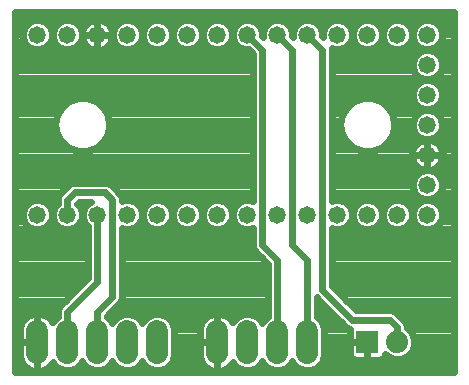
<source format=gbl>
G75*
%MOIN*%
%OFA0B0*%
%FSLAX25Y25*%
%IPPOS*%
%LPD*%
%AMOC8*
5,1,8,0,0,1.08239X$1,22.5*
%
%ADD10C,0.07400*%
%ADD11R,0.07400X0.07400*%
%ADD12C,0.07400*%
%ADD13C,0.05800*%
%ADD14C,0.02400*%
D10*
X0011800Y0011800D02*
X0011800Y0019200D01*
X0021800Y0019200D02*
X0021800Y0011800D01*
X0031800Y0011800D02*
X0031800Y0019200D01*
X0041800Y0019200D02*
X0041800Y0011800D01*
X0051800Y0011800D02*
X0051800Y0019200D01*
X0071800Y0019200D02*
X0071800Y0011800D01*
X0081800Y0011800D02*
X0081800Y0019200D01*
X0091800Y0019200D02*
X0091800Y0011800D01*
X0101800Y0011800D02*
X0101800Y0019200D01*
D11*
X0121800Y0015500D03*
D12*
X0131800Y0015500D03*
D13*
X0131800Y0058000D03*
X0121800Y0058000D03*
X0111800Y0058000D03*
X0101800Y0058000D03*
X0091800Y0058000D03*
X0081800Y0058000D03*
X0071800Y0058000D03*
X0061800Y0058000D03*
X0051800Y0058000D03*
X0041800Y0058000D03*
X0031800Y0058000D03*
X0021800Y0058000D03*
X0011800Y0058000D03*
X0011800Y0118000D03*
X0021800Y0118000D03*
X0031800Y0118000D03*
X0041800Y0118000D03*
X0051800Y0118000D03*
X0061800Y0118000D03*
X0071800Y0118000D03*
X0081800Y0118000D03*
X0091800Y0118000D03*
X0101800Y0118000D03*
X0111800Y0118000D03*
X0121800Y0118000D03*
X0131800Y0118000D03*
X0141800Y0118000D03*
X0141800Y0108000D03*
X0141800Y0098000D03*
X0141800Y0088000D03*
X0141800Y0078000D03*
X0141800Y0068000D03*
X0141800Y0058000D03*
D14*
X0150817Y0005500D02*
X0004300Y0005500D01*
X0004300Y0125500D01*
X0150817Y0125500D01*
X0150817Y0005500D01*
X0150817Y0007797D02*
X0105729Y0007797D01*
X0104977Y0007045D02*
X0106555Y0008623D01*
X0107409Y0010684D01*
X0107409Y0020316D01*
X0106555Y0022377D01*
X0104977Y0023955D01*
X0104909Y0023983D01*
X0104909Y0030495D01*
X0105039Y0030365D01*
X0115039Y0020365D01*
X0116025Y0019956D01*
X0115900Y0019490D01*
X0115900Y0015500D01*
X0121800Y0015500D01*
X0121800Y0009600D01*
X0125790Y0009600D01*
X0126349Y0009750D01*
X0126851Y0010040D01*
X0127260Y0010449D01*
X0127550Y0010951D01*
X0127700Y0011510D01*
X0127700Y0011668D01*
X0128623Y0010745D01*
X0130684Y0009891D01*
X0132916Y0009891D01*
X0134977Y0010745D01*
X0136555Y0012323D01*
X0137409Y0014384D01*
X0137409Y0016616D01*
X0136555Y0018677D01*
X0134977Y0020255D01*
X0134909Y0020283D01*
X0134909Y0021118D01*
X0134435Y0022261D01*
X0131935Y0024761D01*
X0131061Y0025635D01*
X0129918Y0026109D01*
X0118088Y0026109D01*
X0109909Y0034288D01*
X0109909Y0053579D01*
X0110843Y0053191D01*
X0112756Y0053191D01*
X0114524Y0053923D01*
X0115877Y0055276D01*
X0116609Y0057043D01*
X0116609Y0058956D01*
X0115877Y0060724D01*
X0114524Y0062077D01*
X0112756Y0062809D01*
X0110843Y0062809D01*
X0109909Y0062421D01*
X0109909Y0113579D01*
X0110843Y0113191D01*
X0112756Y0113191D01*
X0114524Y0113923D01*
X0115877Y0115276D01*
X0116609Y0117043D01*
X0116609Y0118956D01*
X0115877Y0120724D01*
X0114524Y0122077D01*
X0112756Y0122809D01*
X0110843Y0122809D01*
X0109076Y0122077D01*
X0107723Y0120724D01*
X0106991Y0118956D01*
X0106991Y0117205D01*
X0106609Y0117588D01*
X0106609Y0118956D01*
X0105877Y0120724D01*
X0104524Y0122077D01*
X0102756Y0122809D01*
X0100843Y0122809D01*
X0099076Y0122077D01*
X0097723Y0120724D01*
X0096991Y0118956D01*
X0096991Y0117205D01*
X0096609Y0117588D01*
X0096609Y0118956D01*
X0095877Y0120724D01*
X0094524Y0122077D01*
X0092756Y0122809D01*
X0090843Y0122809D01*
X0089076Y0122077D01*
X0087723Y0120724D01*
X0086991Y0118956D01*
X0086991Y0117205D01*
X0086609Y0117588D01*
X0086609Y0118956D01*
X0085877Y0120724D01*
X0084524Y0122077D01*
X0082756Y0122809D01*
X0080843Y0122809D01*
X0079076Y0122077D01*
X0077723Y0120724D01*
X0076991Y0118956D01*
X0076991Y0117043D01*
X0077723Y0115276D01*
X0079076Y0113923D01*
X0080843Y0113191D01*
X0082212Y0113191D01*
X0083691Y0111712D01*
X0083691Y0062421D01*
X0082756Y0062809D01*
X0080843Y0062809D01*
X0079076Y0062077D01*
X0077723Y0060724D01*
X0076991Y0058956D01*
X0076991Y0057043D01*
X0077723Y0055276D01*
X0079076Y0053923D01*
X0080843Y0053191D01*
X0082756Y0053191D01*
X0083691Y0053579D01*
X0083691Y0047382D01*
X0084165Y0046239D01*
X0085039Y0045365D01*
X0088691Y0041712D01*
X0088691Y0023983D01*
X0088623Y0023955D01*
X0087045Y0022377D01*
X0086800Y0021785D01*
X0086555Y0022377D01*
X0084977Y0023955D01*
X0082916Y0024809D01*
X0080684Y0024809D01*
X0078623Y0023955D01*
X0077045Y0022377D01*
X0076937Y0022115D01*
X0076846Y0022292D01*
X0076300Y0023044D01*
X0075644Y0023700D01*
X0074892Y0024246D01*
X0074065Y0024668D01*
X0073182Y0024955D01*
X0072264Y0025100D01*
X0071800Y0025100D01*
X0071800Y0015500D01*
X0071800Y0015500D01*
X0071800Y0005900D01*
X0072264Y0005900D01*
X0073182Y0006045D01*
X0074065Y0006332D01*
X0074892Y0006754D01*
X0075644Y0007300D01*
X0076300Y0007956D01*
X0076846Y0008708D01*
X0076937Y0008885D01*
X0077045Y0008623D01*
X0078623Y0007045D01*
X0080684Y0006191D01*
X0082916Y0006191D01*
X0084977Y0007045D01*
X0086555Y0008623D01*
X0086800Y0009215D01*
X0087045Y0008623D01*
X0088623Y0007045D01*
X0090684Y0006191D01*
X0092916Y0006191D01*
X0094977Y0007045D01*
X0096555Y0008623D01*
X0096800Y0009215D01*
X0097045Y0008623D01*
X0098623Y0007045D01*
X0100684Y0006191D01*
X0102916Y0006191D01*
X0104977Y0007045D01*
X0107206Y0010196D02*
X0116593Y0010196D01*
X0116749Y0010040D02*
X0117251Y0009750D01*
X0117810Y0009600D01*
X0121800Y0009600D01*
X0121800Y0015500D01*
X0121800Y0015500D01*
X0121800Y0015500D01*
X0115900Y0015500D01*
X0115900Y0011510D01*
X0116050Y0010951D01*
X0116340Y0010449D01*
X0116749Y0010040D01*
X0115900Y0012594D02*
X0107409Y0012594D01*
X0107409Y0014993D02*
X0115900Y0014993D01*
X0115900Y0017391D02*
X0107409Y0017391D01*
X0107409Y0019790D02*
X0115980Y0019790D01*
X0116800Y0023000D02*
X0106800Y0033000D01*
X0106800Y0113000D01*
X0101800Y0118000D01*
X0105958Y0120527D02*
X0107642Y0120527D01*
X0106991Y0118129D02*
X0106609Y0118129D01*
X0109909Y0113332D02*
X0110505Y0113332D01*
X0109909Y0110933D02*
X0137933Y0110933D01*
X0137723Y0110724D02*
X0136991Y0108956D01*
X0136991Y0107043D01*
X0137723Y0105276D01*
X0139076Y0103923D01*
X0140843Y0103191D01*
X0142756Y0103191D01*
X0144524Y0103923D01*
X0145877Y0105276D01*
X0146609Y0107043D01*
X0146609Y0108956D01*
X0145877Y0110724D01*
X0144524Y0112077D01*
X0142756Y0112809D01*
X0140843Y0112809D01*
X0139076Y0112077D01*
X0137723Y0110724D01*
X0136991Y0108534D02*
X0109909Y0108534D01*
X0109909Y0106136D02*
X0137367Y0106136D01*
X0139525Y0103737D02*
X0109909Y0103737D01*
X0109909Y0101339D02*
X0138338Y0101339D01*
X0137723Y0100724D02*
X0136991Y0098956D01*
X0136991Y0097043D01*
X0137723Y0095276D01*
X0139076Y0093923D01*
X0140843Y0093191D01*
X0142756Y0093191D01*
X0144524Y0093923D01*
X0145877Y0095276D01*
X0146609Y0097043D01*
X0146609Y0098956D01*
X0145877Y0100724D01*
X0144524Y0102077D01*
X0142756Y0102809D01*
X0140843Y0102809D01*
X0139076Y0102077D01*
X0137723Y0100724D01*
X0136991Y0098940D02*
X0109909Y0098940D01*
X0109909Y0096542D02*
X0119247Y0096542D01*
X0120231Y0096900D02*
X0117281Y0095827D01*
X0114877Y0093809D01*
X0113308Y0091091D01*
X0113308Y0091091D01*
X0112763Y0088000D01*
X0113308Y0084909D01*
X0114877Y0082191D01*
X0114877Y0082191D01*
X0117281Y0080173D01*
X0120231Y0079100D01*
X0121137Y0079100D01*
X0123369Y0079100D01*
X0126319Y0080173D01*
X0128723Y0082191D01*
X0130292Y0084909D01*
X0130837Y0088000D01*
X0130292Y0091091D01*
X0128723Y0093809D01*
X0128723Y0093809D01*
X0126319Y0095827D01*
X0126319Y0095827D01*
X0123369Y0096900D01*
X0120231Y0096900D01*
X0117281Y0095827D02*
X0117281Y0095827D01*
X0115276Y0094143D02*
X0109909Y0094143D01*
X0109909Y0091745D02*
X0113685Y0091745D01*
X0114877Y0093809D02*
X0114877Y0093809D01*
X0113000Y0089346D02*
X0109909Y0089346D01*
X0109909Y0086948D02*
X0112948Y0086948D01*
X0113308Y0084909D02*
X0113308Y0084909D01*
X0113515Y0084549D02*
X0109909Y0084549D01*
X0109909Y0082151D02*
X0114925Y0082151D01*
X0117281Y0080173D02*
X0117281Y0080173D01*
X0118438Y0079752D02*
X0109909Y0079752D01*
X0109909Y0077354D02*
X0136739Y0077354D01*
X0136700Y0077599D02*
X0136826Y0076806D01*
X0137074Y0076042D01*
X0137438Y0075327D01*
X0137910Y0074678D01*
X0138478Y0074110D01*
X0139127Y0073638D01*
X0139842Y0073274D01*
X0140606Y0073026D01*
X0141399Y0072900D01*
X0141800Y0072900D01*
X0142201Y0072900D01*
X0142994Y0073026D01*
X0143758Y0073274D01*
X0144473Y0073638D01*
X0145122Y0074110D01*
X0145690Y0074678D01*
X0146162Y0075327D01*
X0146526Y0076042D01*
X0146774Y0076806D01*
X0146900Y0077599D01*
X0146900Y0078000D01*
X0146900Y0078401D01*
X0146774Y0079194D01*
X0146526Y0079958D01*
X0146162Y0080673D01*
X0145690Y0081322D01*
X0145122Y0081890D01*
X0144473Y0082362D01*
X0143758Y0082726D01*
X0142994Y0082974D01*
X0142201Y0083100D01*
X0141800Y0083100D01*
X0141800Y0078000D01*
X0141800Y0078000D01*
X0146900Y0078000D01*
X0141800Y0078000D01*
X0141800Y0078000D01*
X0141800Y0078000D01*
X0136700Y0078000D01*
X0136700Y0078401D01*
X0136826Y0079194D01*
X0137074Y0079958D01*
X0137438Y0080673D01*
X0137910Y0081322D01*
X0138478Y0081890D01*
X0139127Y0082362D01*
X0139842Y0082726D01*
X0140606Y0082974D01*
X0141399Y0083100D01*
X0141800Y0083100D01*
X0141800Y0078000D01*
X0141800Y0072900D01*
X0141800Y0078000D01*
X0141800Y0078000D01*
X0136700Y0078000D01*
X0136700Y0077599D01*
X0137007Y0079752D02*
X0125162Y0079752D01*
X0126319Y0080173D02*
X0126319Y0080173D01*
X0128675Y0082151D02*
X0138837Y0082151D01*
X0139076Y0083923D02*
X0140843Y0083191D01*
X0142756Y0083191D01*
X0144524Y0083923D01*
X0145877Y0085276D01*
X0146609Y0087043D01*
X0146609Y0088956D01*
X0145877Y0090724D01*
X0144524Y0092077D01*
X0142756Y0092809D01*
X0140843Y0092809D01*
X0139076Y0092077D01*
X0137723Y0090724D01*
X0136991Y0088956D01*
X0136991Y0087043D01*
X0137723Y0085276D01*
X0139076Y0083923D01*
X0138450Y0084549D02*
X0130085Y0084549D01*
X0130292Y0084909D02*
X0130292Y0084909D01*
X0130652Y0086948D02*
X0137031Y0086948D01*
X0137153Y0089346D02*
X0130600Y0089346D01*
X0130837Y0088000D02*
X0130837Y0088000D01*
X0130292Y0091091D02*
X0130292Y0091091D01*
X0129915Y0091745D02*
X0138744Y0091745D01*
X0138856Y0094143D02*
X0128324Y0094143D01*
X0124353Y0096542D02*
X0137199Y0096542D01*
X0144744Y0094143D02*
X0150817Y0094143D01*
X0150817Y0091745D02*
X0144856Y0091745D01*
X0146447Y0089346D02*
X0150817Y0089346D01*
X0150817Y0086948D02*
X0146569Y0086948D01*
X0145150Y0084549D02*
X0150817Y0084549D01*
X0150817Y0082151D02*
X0144763Y0082151D01*
X0141800Y0082151D02*
X0141800Y0082151D01*
X0141800Y0079752D02*
X0141800Y0079752D01*
X0141800Y0077354D02*
X0141800Y0077354D01*
X0141800Y0074955D02*
X0141800Y0074955D01*
X0142756Y0072809D02*
X0140843Y0072809D01*
X0139076Y0072077D01*
X0137723Y0070724D01*
X0136991Y0068956D01*
X0136991Y0067043D01*
X0137723Y0065276D01*
X0139076Y0063923D01*
X0140843Y0063191D01*
X0142756Y0063191D01*
X0144524Y0063923D01*
X0145877Y0065276D01*
X0146609Y0067043D01*
X0146609Y0068956D01*
X0145877Y0070724D01*
X0144524Y0072077D01*
X0142756Y0072809D01*
X0143364Y0072557D02*
X0150817Y0072557D01*
X0150817Y0070158D02*
X0146111Y0070158D01*
X0146609Y0067760D02*
X0150817Y0067760D01*
X0150817Y0065361D02*
X0145912Y0065361D01*
X0144524Y0062077D02*
X0142756Y0062809D01*
X0140843Y0062809D01*
X0139076Y0062077D01*
X0137723Y0060724D01*
X0136991Y0058956D01*
X0136991Y0057043D01*
X0137723Y0055276D01*
X0139076Y0053923D01*
X0140843Y0053191D01*
X0142756Y0053191D01*
X0144524Y0053923D01*
X0145877Y0055276D01*
X0146609Y0057043D01*
X0146609Y0058956D01*
X0145877Y0060724D01*
X0144524Y0062077D01*
X0145943Y0060564D02*
X0150817Y0060564D01*
X0150817Y0058166D02*
X0146609Y0058166D01*
X0146080Y0055767D02*
X0150817Y0055767D01*
X0150817Y0053369D02*
X0143185Y0053369D01*
X0140415Y0053369D02*
X0133185Y0053369D01*
X0132756Y0053191D02*
X0134524Y0053923D01*
X0135877Y0055276D01*
X0136609Y0057043D01*
X0136609Y0058956D01*
X0135877Y0060724D01*
X0134524Y0062077D01*
X0132756Y0062809D01*
X0130843Y0062809D01*
X0129076Y0062077D01*
X0127723Y0060724D01*
X0126991Y0058956D01*
X0126991Y0057043D01*
X0127723Y0055276D01*
X0129076Y0053923D01*
X0130843Y0053191D01*
X0132756Y0053191D01*
X0130415Y0053369D02*
X0123185Y0053369D01*
X0122756Y0053191D02*
X0120843Y0053191D01*
X0119076Y0053923D01*
X0117723Y0055276D01*
X0116991Y0057043D01*
X0116991Y0058956D01*
X0117723Y0060724D01*
X0119076Y0062077D01*
X0120843Y0062809D01*
X0122756Y0062809D01*
X0124524Y0062077D01*
X0125877Y0060724D01*
X0126609Y0058956D01*
X0126609Y0057043D01*
X0125877Y0055276D01*
X0124524Y0053923D01*
X0122756Y0053191D01*
X0120415Y0053369D02*
X0113185Y0053369D01*
X0110415Y0053369D02*
X0109909Y0053369D01*
X0109909Y0050970D02*
X0150817Y0050970D01*
X0150817Y0048572D02*
X0109909Y0048572D01*
X0109909Y0046173D02*
X0150817Y0046173D01*
X0150817Y0043775D02*
X0109909Y0043775D01*
X0109909Y0041376D02*
X0150817Y0041376D01*
X0150817Y0038978D02*
X0109909Y0038978D01*
X0109909Y0036579D02*
X0150817Y0036579D01*
X0150817Y0034181D02*
X0110016Y0034181D01*
X0112414Y0031782D02*
X0150817Y0031782D01*
X0150817Y0029384D02*
X0114813Y0029384D01*
X0117211Y0026985D02*
X0150817Y0026985D01*
X0150817Y0024587D02*
X0132110Y0024587D01*
X0129300Y0023000D02*
X0116800Y0023000D01*
X0113216Y0022188D02*
X0106633Y0022188D01*
X0104909Y0024587D02*
X0110817Y0024587D01*
X0108419Y0026985D02*
X0104909Y0026985D01*
X0104909Y0029384D02*
X0106020Y0029384D01*
X0101800Y0043000D02*
X0101800Y0015500D01*
X0097871Y0007797D02*
X0095729Y0007797D01*
X0087871Y0007797D02*
X0085729Y0007797D01*
X0077871Y0007797D02*
X0076141Y0007797D01*
X0071800Y0007797D02*
X0071800Y0007797D01*
X0071800Y0010196D02*
X0071800Y0010196D01*
X0071800Y0012594D02*
X0071800Y0012594D01*
X0071800Y0014993D02*
X0071800Y0014993D01*
X0071800Y0015500D02*
X0071800Y0015500D01*
X0071800Y0015500D01*
X0065900Y0015500D01*
X0065900Y0019664D01*
X0066045Y0020582D01*
X0066332Y0021465D01*
X0066754Y0022292D01*
X0067300Y0023044D01*
X0067956Y0023700D01*
X0068708Y0024246D01*
X0069535Y0024668D01*
X0070418Y0024955D01*
X0071336Y0025100D01*
X0071800Y0025100D01*
X0071800Y0015500D01*
X0071800Y0005900D01*
X0071336Y0005900D01*
X0070418Y0006045D01*
X0069535Y0006332D01*
X0068708Y0006754D01*
X0067956Y0007300D01*
X0067300Y0007956D01*
X0066754Y0008708D01*
X0066332Y0009535D01*
X0066045Y0010418D01*
X0065900Y0011336D01*
X0065900Y0015500D01*
X0071800Y0015500D01*
X0071800Y0017391D02*
X0071800Y0017391D01*
X0071800Y0019790D02*
X0071800Y0019790D01*
X0071800Y0022188D02*
X0071800Y0022188D01*
X0071800Y0024587D02*
X0071800Y0024587D01*
X0069376Y0024587D02*
X0053452Y0024587D01*
X0052916Y0024809D02*
X0050684Y0024809D01*
X0048623Y0023955D01*
X0047045Y0022377D01*
X0046800Y0021785D01*
X0046555Y0022377D01*
X0044977Y0023955D01*
X0042916Y0024809D01*
X0040684Y0024809D01*
X0038623Y0023955D01*
X0037045Y0022377D01*
X0036800Y0021785D01*
X0036555Y0022377D01*
X0034977Y0023955D01*
X0034909Y0023983D01*
X0034909Y0024212D01*
X0039435Y0028739D01*
X0039909Y0029882D01*
X0039909Y0053579D01*
X0040843Y0053191D01*
X0042756Y0053191D01*
X0044524Y0053923D01*
X0045877Y0055276D01*
X0046609Y0057043D01*
X0046609Y0058956D01*
X0045877Y0060724D01*
X0044524Y0062077D01*
X0042756Y0062809D01*
X0040843Y0062809D01*
X0039909Y0062421D01*
X0039909Y0063618D01*
X0039435Y0064761D01*
X0038561Y0065635D01*
X0036061Y0068135D01*
X0034918Y0068609D01*
X0023682Y0068609D01*
X0022539Y0068135D01*
X0021665Y0067261D01*
X0019165Y0064761D01*
X0018691Y0063618D01*
X0018691Y0061692D01*
X0017723Y0060724D01*
X0016991Y0058956D01*
X0016991Y0057043D01*
X0017723Y0055276D01*
X0019076Y0053923D01*
X0020843Y0053191D01*
X0022756Y0053191D01*
X0024524Y0053923D01*
X0025877Y0055276D01*
X0026609Y0057043D01*
X0026609Y0058956D01*
X0025877Y0060724D01*
X0024909Y0061692D01*
X0024909Y0061712D01*
X0025588Y0062391D01*
X0029836Y0062391D01*
X0029076Y0062077D01*
X0027723Y0060724D01*
X0026991Y0058956D01*
X0026991Y0057043D01*
X0027723Y0055276D01*
X0028691Y0054308D01*
X0028691Y0036788D01*
X0020039Y0028135D01*
X0019165Y0027261D01*
X0018691Y0026118D01*
X0018691Y0023983D01*
X0018623Y0023955D01*
X0017045Y0022377D01*
X0016937Y0022115D01*
X0016846Y0022292D01*
X0016300Y0023044D01*
X0015644Y0023700D01*
X0014892Y0024246D01*
X0014065Y0024668D01*
X0013182Y0024955D01*
X0012264Y0025100D01*
X0011800Y0025100D01*
X0011800Y0015500D01*
X0011800Y0015500D01*
X0011800Y0005900D01*
X0012264Y0005900D01*
X0013182Y0006045D01*
X0014065Y0006332D01*
X0014892Y0006754D01*
X0015644Y0007300D01*
X0016300Y0007956D01*
X0016846Y0008708D01*
X0016937Y0008885D01*
X0017045Y0008623D01*
X0018623Y0007045D01*
X0020684Y0006191D01*
X0022916Y0006191D01*
X0024977Y0007045D01*
X0026555Y0008623D01*
X0026800Y0009215D01*
X0027045Y0008623D01*
X0028623Y0007045D01*
X0030684Y0006191D01*
X0032916Y0006191D01*
X0034977Y0007045D01*
X0036555Y0008623D01*
X0036800Y0009215D01*
X0037045Y0008623D01*
X0038623Y0007045D01*
X0040684Y0006191D01*
X0042916Y0006191D01*
X0044977Y0007045D01*
X0046555Y0008623D01*
X0046800Y0009215D01*
X0047045Y0008623D01*
X0048623Y0007045D01*
X0050684Y0006191D01*
X0052916Y0006191D01*
X0054977Y0007045D01*
X0056555Y0008623D01*
X0057409Y0010684D01*
X0057409Y0020316D01*
X0056555Y0022377D01*
X0054977Y0023955D01*
X0052916Y0024809D01*
X0050148Y0024587D02*
X0043452Y0024587D01*
X0040148Y0024587D02*
X0035283Y0024587D01*
X0036633Y0022188D02*
X0036967Y0022188D01*
X0037681Y0026985D02*
X0088691Y0026985D01*
X0088691Y0024587D02*
X0083452Y0024587D01*
X0080148Y0024587D02*
X0074224Y0024587D01*
X0076899Y0022188D02*
X0076967Y0022188D01*
X0066701Y0022188D02*
X0056633Y0022188D01*
X0057409Y0019790D02*
X0065920Y0019790D01*
X0065900Y0017391D02*
X0057409Y0017391D01*
X0057409Y0014993D02*
X0065900Y0014993D01*
X0065900Y0012594D02*
X0057409Y0012594D01*
X0057206Y0010196D02*
X0066118Y0010196D01*
X0067459Y0007797D02*
X0055729Y0007797D01*
X0047871Y0007797D02*
X0045729Y0007797D01*
X0037871Y0007797D02*
X0035729Y0007797D01*
X0027871Y0007797D02*
X0025729Y0007797D01*
X0017871Y0007797D02*
X0016141Y0007797D01*
X0011800Y0007797D02*
X0011800Y0007797D01*
X0011800Y0010196D02*
X0011800Y0010196D01*
X0011800Y0012594D02*
X0011800Y0012594D01*
X0011800Y0014993D02*
X0011800Y0014993D01*
X0011800Y0015500D02*
X0011800Y0015500D01*
X0011800Y0015500D01*
X0005900Y0015500D01*
X0005900Y0019664D01*
X0006045Y0020582D01*
X0006332Y0021465D01*
X0006754Y0022292D01*
X0007300Y0023044D01*
X0007956Y0023700D01*
X0008708Y0024246D01*
X0009535Y0024668D01*
X0010418Y0024955D01*
X0011336Y0025100D01*
X0011800Y0025100D01*
X0011800Y0015500D01*
X0011800Y0005900D01*
X0011336Y0005900D01*
X0010418Y0006045D01*
X0009535Y0006332D01*
X0008708Y0006754D01*
X0007956Y0007300D01*
X0007300Y0007956D01*
X0006754Y0008708D01*
X0006332Y0009535D01*
X0006045Y0010418D01*
X0005900Y0011336D01*
X0005900Y0015500D01*
X0011800Y0015500D01*
X0011800Y0017391D02*
X0011800Y0017391D01*
X0011800Y0019790D02*
X0011800Y0019790D01*
X0011800Y0022188D02*
X0011800Y0022188D01*
X0011800Y0024587D02*
X0011800Y0024587D01*
X0009376Y0024587D02*
X0004300Y0024587D01*
X0004300Y0022188D02*
X0006701Y0022188D01*
X0005920Y0019790D02*
X0004300Y0019790D01*
X0004300Y0017391D02*
X0005900Y0017391D01*
X0005900Y0014993D02*
X0004300Y0014993D01*
X0004300Y0012594D02*
X0005900Y0012594D01*
X0006118Y0010196D02*
X0004300Y0010196D01*
X0004300Y0007797D02*
X0007459Y0007797D01*
X0021800Y0015500D02*
X0021800Y0025500D01*
X0031800Y0035500D01*
X0031800Y0058000D01*
X0026991Y0058166D02*
X0026609Y0058166D01*
X0026080Y0055767D02*
X0027520Y0055767D01*
X0028691Y0053369D02*
X0023185Y0053369D01*
X0020415Y0053369D02*
X0013185Y0053369D01*
X0012756Y0053191D02*
X0010843Y0053191D01*
X0009076Y0053923D01*
X0007723Y0055276D01*
X0006991Y0057043D01*
X0006991Y0058956D01*
X0007723Y0060724D01*
X0009076Y0062077D01*
X0010843Y0062809D01*
X0012756Y0062809D01*
X0014524Y0062077D01*
X0015877Y0060724D01*
X0016609Y0058956D01*
X0016609Y0057043D01*
X0015877Y0055276D01*
X0014524Y0053923D01*
X0012756Y0053191D01*
X0010415Y0053369D02*
X0004300Y0053369D01*
X0004300Y0055767D02*
X0007520Y0055767D01*
X0006991Y0058166D02*
X0004300Y0058166D01*
X0004300Y0060564D02*
X0007657Y0060564D01*
X0004300Y0062963D02*
X0018691Y0062963D01*
X0017657Y0060564D02*
X0015943Y0060564D01*
X0016609Y0058166D02*
X0016991Y0058166D01*
X0017520Y0055767D02*
X0016080Y0055767D01*
X0021800Y0058000D02*
X0021800Y0063000D01*
X0024300Y0065500D01*
X0034300Y0065500D01*
X0036800Y0063000D01*
X0036800Y0030500D01*
X0031800Y0025500D01*
X0031800Y0015500D01*
X0018691Y0024587D02*
X0014224Y0024587D01*
X0016899Y0022188D02*
X0016967Y0022188D01*
X0019050Y0026985D02*
X0004300Y0026985D01*
X0004300Y0029384D02*
X0021287Y0029384D01*
X0023686Y0031782D02*
X0004300Y0031782D01*
X0004300Y0034181D02*
X0026084Y0034181D01*
X0028483Y0036579D02*
X0004300Y0036579D01*
X0004300Y0038978D02*
X0028691Y0038978D01*
X0028691Y0041376D02*
X0004300Y0041376D01*
X0004300Y0043775D02*
X0028691Y0043775D01*
X0028691Y0046173D02*
X0004300Y0046173D01*
X0004300Y0048572D02*
X0028691Y0048572D01*
X0028691Y0050970D02*
X0004300Y0050970D01*
X0004300Y0065361D02*
X0019765Y0065361D01*
X0022163Y0067760D02*
X0004300Y0067760D01*
X0004300Y0070158D02*
X0083691Y0070158D01*
X0083691Y0072557D02*
X0004300Y0072557D01*
X0004300Y0074955D02*
X0083691Y0074955D01*
X0083691Y0077354D02*
X0004300Y0077354D01*
X0004300Y0079752D02*
X0023438Y0079752D01*
X0022281Y0080173D02*
X0025231Y0079100D01*
X0027463Y0079100D01*
X0028369Y0079100D01*
X0028369Y0079100D01*
X0031319Y0080173D01*
X0033723Y0082191D01*
X0035292Y0084909D01*
X0035837Y0088000D01*
X0035292Y0091091D01*
X0033723Y0093809D01*
X0033723Y0093809D01*
X0031319Y0095827D01*
X0031319Y0095827D01*
X0028369Y0096900D01*
X0025231Y0096900D01*
X0022281Y0095827D01*
X0019877Y0093809D01*
X0018308Y0091091D01*
X0017763Y0088000D01*
X0018308Y0084909D01*
X0019877Y0082191D01*
X0019877Y0082191D01*
X0022281Y0080173D01*
X0022281Y0080173D01*
X0019925Y0082151D02*
X0004300Y0082151D01*
X0004300Y0084549D02*
X0018515Y0084549D01*
X0018308Y0084909D02*
X0018308Y0084909D01*
X0017948Y0086948D02*
X0004300Y0086948D01*
X0004300Y0089346D02*
X0018000Y0089346D01*
X0017763Y0088000D02*
X0017763Y0088000D01*
X0018308Y0091091D02*
X0018308Y0091091D01*
X0018685Y0091745D02*
X0004300Y0091745D01*
X0004300Y0094143D02*
X0020276Y0094143D01*
X0019877Y0093809D02*
X0019877Y0093809D01*
X0019877Y0093809D01*
X0022281Y0095827D02*
X0022281Y0095827D01*
X0024247Y0096542D02*
X0004300Y0096542D01*
X0004300Y0098940D02*
X0083691Y0098940D01*
X0083691Y0096542D02*
X0029353Y0096542D01*
X0033324Y0094143D02*
X0083691Y0094143D01*
X0083691Y0091745D02*
X0034915Y0091745D01*
X0035292Y0091091D02*
X0035292Y0091091D01*
X0035600Y0089346D02*
X0083691Y0089346D01*
X0083691Y0086948D02*
X0035652Y0086948D01*
X0035837Y0088000D02*
X0035837Y0088000D01*
X0035292Y0084909D02*
X0035292Y0084909D01*
X0035085Y0084549D02*
X0083691Y0084549D01*
X0083691Y0082151D02*
X0033675Y0082151D01*
X0033723Y0082191D02*
X0033723Y0082191D01*
X0033723Y0082191D01*
X0031319Y0080173D02*
X0031319Y0080173D01*
X0030162Y0079752D02*
X0083691Y0079752D01*
X0083691Y0067760D02*
X0036436Y0067760D01*
X0038835Y0065361D02*
X0083691Y0065361D01*
X0083691Y0062963D02*
X0039909Y0062963D01*
X0045943Y0060564D02*
X0047657Y0060564D01*
X0047723Y0060724D02*
X0046991Y0058956D01*
X0046991Y0057043D01*
X0047723Y0055276D01*
X0049076Y0053923D01*
X0050843Y0053191D01*
X0052756Y0053191D01*
X0054524Y0053923D01*
X0055877Y0055276D01*
X0056609Y0057043D01*
X0056609Y0058956D01*
X0055877Y0060724D01*
X0054524Y0062077D01*
X0052756Y0062809D01*
X0050843Y0062809D01*
X0049076Y0062077D01*
X0047723Y0060724D01*
X0046991Y0058166D02*
X0046609Y0058166D01*
X0046080Y0055767D02*
X0047520Y0055767D01*
X0050415Y0053369D02*
X0043185Y0053369D01*
X0040415Y0053369D02*
X0039909Y0053369D01*
X0039909Y0050970D02*
X0083691Y0050970D01*
X0083691Y0048572D02*
X0039909Y0048572D01*
X0039909Y0046173D02*
X0084230Y0046173D01*
X0086800Y0048000D02*
X0086800Y0113000D01*
X0081800Y0118000D01*
X0085958Y0120527D02*
X0087642Y0120527D01*
X0086991Y0118129D02*
X0086609Y0118129D01*
X0091800Y0118000D02*
X0096800Y0113000D01*
X0096800Y0048000D01*
X0101800Y0043000D01*
X0091800Y0043000D02*
X0086800Y0048000D01*
X0086629Y0043775D02*
X0039909Y0043775D01*
X0039909Y0041376D02*
X0088691Y0041376D01*
X0088691Y0038978D02*
X0039909Y0038978D01*
X0039909Y0036579D02*
X0088691Y0036579D01*
X0088691Y0034181D02*
X0039909Y0034181D01*
X0039909Y0031782D02*
X0088691Y0031782D01*
X0088691Y0029384D02*
X0039702Y0029384D01*
X0046633Y0022188D02*
X0046967Y0022188D01*
X0060843Y0053191D02*
X0062756Y0053191D01*
X0064524Y0053923D01*
X0065877Y0055276D01*
X0066609Y0057043D01*
X0066609Y0058956D01*
X0065877Y0060724D01*
X0064524Y0062077D01*
X0062756Y0062809D01*
X0060843Y0062809D01*
X0059076Y0062077D01*
X0057723Y0060724D01*
X0056991Y0058956D01*
X0056991Y0057043D01*
X0057723Y0055276D01*
X0059076Y0053923D01*
X0060843Y0053191D01*
X0060415Y0053369D02*
X0053185Y0053369D01*
X0056080Y0055767D02*
X0057520Y0055767D01*
X0056991Y0058166D02*
X0056609Y0058166D01*
X0055943Y0060564D02*
X0057657Y0060564D01*
X0065943Y0060564D02*
X0067657Y0060564D01*
X0067723Y0060724D02*
X0066991Y0058956D01*
X0066991Y0057043D01*
X0067723Y0055276D01*
X0069076Y0053923D01*
X0070843Y0053191D01*
X0072756Y0053191D01*
X0074524Y0053923D01*
X0075877Y0055276D01*
X0076609Y0057043D01*
X0076609Y0058956D01*
X0075877Y0060724D01*
X0074524Y0062077D01*
X0072756Y0062809D01*
X0070843Y0062809D01*
X0069076Y0062077D01*
X0067723Y0060724D01*
X0066991Y0058166D02*
X0066609Y0058166D01*
X0066080Y0055767D02*
X0067520Y0055767D01*
X0070415Y0053369D02*
X0063185Y0053369D01*
X0073185Y0053369D02*
X0080415Y0053369D01*
X0083185Y0053369D02*
X0083691Y0053369D01*
X0077520Y0055767D02*
X0076080Y0055767D01*
X0076609Y0058166D02*
X0076991Y0058166D01*
X0077657Y0060564D02*
X0075943Y0060564D01*
X0091800Y0043000D02*
X0091800Y0015500D01*
X0086967Y0022188D02*
X0086633Y0022188D01*
X0121800Y0014993D02*
X0121800Y0014993D01*
X0121800Y0012594D02*
X0121800Y0012594D01*
X0121800Y0010196D02*
X0121800Y0010196D01*
X0127007Y0010196D02*
X0129950Y0010196D01*
X0133650Y0010196D02*
X0150817Y0010196D01*
X0150817Y0012594D02*
X0136667Y0012594D01*
X0137409Y0014993D02*
X0150817Y0014993D01*
X0150817Y0017391D02*
X0137087Y0017391D01*
X0135442Y0019790D02*
X0150817Y0019790D01*
X0150817Y0022188D02*
X0134466Y0022188D01*
X0131800Y0020500D02*
X0129300Y0023000D01*
X0131800Y0020500D02*
X0131800Y0015500D01*
X0127520Y0055767D02*
X0126080Y0055767D01*
X0126609Y0058166D02*
X0126991Y0058166D01*
X0127657Y0060564D02*
X0125943Y0060564D01*
X0117657Y0060564D02*
X0115943Y0060564D01*
X0116609Y0058166D02*
X0116991Y0058166D01*
X0117520Y0055767D02*
X0116080Y0055767D01*
X0109909Y0062963D02*
X0150817Y0062963D01*
X0140236Y0072557D02*
X0109909Y0072557D01*
X0109909Y0070158D02*
X0137489Y0070158D01*
X0136991Y0067760D02*
X0109909Y0067760D01*
X0109909Y0065361D02*
X0137688Y0065361D01*
X0137657Y0060564D02*
X0135943Y0060564D01*
X0136609Y0058166D02*
X0136991Y0058166D01*
X0137520Y0055767D02*
X0136080Y0055767D01*
X0137708Y0074955D02*
X0109909Y0074955D01*
X0128723Y0082191D02*
X0128723Y0082191D01*
X0128723Y0082191D01*
X0145892Y0074955D02*
X0150817Y0074955D01*
X0150817Y0077354D02*
X0146861Y0077354D01*
X0146593Y0079752D02*
X0150817Y0079752D01*
X0150817Y0096542D02*
X0146401Y0096542D01*
X0146609Y0098940D02*
X0150817Y0098940D01*
X0150817Y0101339D02*
X0145261Y0101339D01*
X0144075Y0103737D02*
X0150817Y0103737D01*
X0150817Y0106136D02*
X0146233Y0106136D01*
X0146609Y0108534D02*
X0150817Y0108534D01*
X0150817Y0110933D02*
X0145667Y0110933D01*
X0144524Y0113923D02*
X0142756Y0113191D01*
X0140843Y0113191D01*
X0139076Y0113923D01*
X0137723Y0115276D01*
X0136991Y0117043D01*
X0136991Y0118956D01*
X0137723Y0120724D01*
X0139076Y0122077D01*
X0140843Y0122809D01*
X0142756Y0122809D01*
X0144524Y0122077D01*
X0145877Y0120724D01*
X0146609Y0118956D01*
X0146609Y0117043D01*
X0145877Y0115276D01*
X0144524Y0113923D01*
X0143095Y0113332D02*
X0150817Y0113332D01*
X0150817Y0115730D02*
X0146065Y0115730D01*
X0146609Y0118129D02*
X0150817Y0118129D01*
X0150817Y0120527D02*
X0145958Y0120527D01*
X0150817Y0122926D02*
X0033145Y0122926D01*
X0032994Y0122974D02*
X0032201Y0123100D01*
X0031800Y0123100D01*
X0031800Y0118000D01*
X0031800Y0118000D01*
X0036900Y0118000D01*
X0036900Y0118401D01*
X0036774Y0119194D01*
X0036526Y0119958D01*
X0036162Y0120673D01*
X0035690Y0121322D01*
X0035122Y0121890D01*
X0034473Y0122362D01*
X0033758Y0122726D01*
X0032994Y0122974D01*
X0031800Y0122926D02*
X0031800Y0122926D01*
X0031800Y0123100D02*
X0031399Y0123100D01*
X0030606Y0122974D01*
X0029842Y0122726D01*
X0029127Y0122362D01*
X0028478Y0121890D01*
X0027910Y0121322D01*
X0027438Y0120673D01*
X0027074Y0119958D01*
X0026826Y0119194D01*
X0026700Y0118401D01*
X0026700Y0118000D01*
X0031800Y0118000D01*
X0031800Y0118000D01*
X0031800Y0118000D01*
X0031800Y0123100D01*
X0030455Y0122926D02*
X0004300Y0122926D01*
X0004300Y0125324D02*
X0150817Y0125324D01*
X0137642Y0120527D02*
X0135958Y0120527D01*
X0135877Y0120724D02*
X0136609Y0118956D01*
X0136609Y0117043D01*
X0135877Y0115276D01*
X0134524Y0113923D01*
X0132756Y0113191D01*
X0130843Y0113191D01*
X0129076Y0113923D01*
X0127723Y0115276D01*
X0126991Y0117043D01*
X0126991Y0118956D01*
X0127723Y0120724D01*
X0129076Y0122077D01*
X0130843Y0122809D01*
X0132756Y0122809D01*
X0134524Y0122077D01*
X0135877Y0120724D01*
X0136609Y0118129D02*
X0136991Y0118129D01*
X0137535Y0115730D02*
X0136065Y0115730D01*
X0133095Y0113332D02*
X0140505Y0113332D01*
X0130505Y0113332D02*
X0123095Y0113332D01*
X0122756Y0113191D02*
X0124524Y0113923D01*
X0125877Y0115276D01*
X0126609Y0117043D01*
X0126609Y0118956D01*
X0125877Y0120724D01*
X0124524Y0122077D01*
X0122756Y0122809D01*
X0120843Y0122809D01*
X0119076Y0122077D01*
X0117723Y0120724D01*
X0116991Y0118956D01*
X0116991Y0117043D01*
X0117723Y0115276D01*
X0119076Y0113923D01*
X0120843Y0113191D01*
X0122756Y0113191D01*
X0120505Y0113332D02*
X0113095Y0113332D01*
X0116065Y0115730D02*
X0117535Y0115730D01*
X0116991Y0118129D02*
X0116609Y0118129D01*
X0115958Y0120527D02*
X0117642Y0120527D01*
X0125958Y0120527D02*
X0127642Y0120527D01*
X0126991Y0118129D02*
X0126609Y0118129D01*
X0126065Y0115730D02*
X0127535Y0115730D01*
X0097642Y0120527D02*
X0095958Y0120527D01*
X0096609Y0118129D02*
X0096991Y0118129D01*
X0083691Y0110933D02*
X0004300Y0110933D01*
X0004300Y0108534D02*
X0083691Y0108534D01*
X0083691Y0106136D02*
X0004300Y0106136D01*
X0004300Y0103737D02*
X0083691Y0103737D01*
X0083691Y0101339D02*
X0004300Y0101339D01*
X0004300Y0113332D02*
X0010505Y0113332D01*
X0010843Y0113191D02*
X0009076Y0113923D01*
X0007723Y0115276D01*
X0006991Y0117043D01*
X0006991Y0118956D01*
X0007723Y0120724D01*
X0009076Y0122077D01*
X0010843Y0122809D01*
X0012756Y0122809D01*
X0014524Y0122077D01*
X0015877Y0120724D01*
X0016609Y0118956D01*
X0016609Y0117043D01*
X0015877Y0115276D01*
X0014524Y0113923D01*
X0012756Y0113191D01*
X0010843Y0113191D01*
X0013095Y0113332D02*
X0020505Y0113332D01*
X0020843Y0113191D02*
X0022756Y0113191D01*
X0024524Y0113923D01*
X0025877Y0115276D01*
X0026609Y0117043D01*
X0026609Y0118956D01*
X0025877Y0120724D01*
X0024524Y0122077D01*
X0022756Y0122809D01*
X0020843Y0122809D01*
X0019076Y0122077D01*
X0017723Y0120724D01*
X0016991Y0118956D01*
X0016991Y0117043D01*
X0017723Y0115276D01*
X0019076Y0113923D01*
X0020843Y0113191D01*
X0023095Y0113332D02*
X0029729Y0113332D01*
X0029842Y0113274D02*
X0030606Y0113026D01*
X0031399Y0112900D01*
X0031800Y0112900D01*
X0032201Y0112900D01*
X0032994Y0113026D01*
X0033758Y0113274D01*
X0034473Y0113638D01*
X0035122Y0114110D01*
X0035690Y0114678D01*
X0036162Y0115327D01*
X0036526Y0116042D01*
X0036774Y0116806D01*
X0036900Y0117599D01*
X0036900Y0118000D01*
X0031800Y0118000D01*
X0031800Y0112900D01*
X0031800Y0118000D01*
X0031800Y0118000D01*
X0026700Y0118000D01*
X0026700Y0117599D01*
X0026826Y0116806D01*
X0027074Y0116042D01*
X0027438Y0115327D01*
X0027910Y0114678D01*
X0028478Y0114110D01*
X0029127Y0113638D01*
X0029842Y0113274D01*
X0031800Y0113332D02*
X0031800Y0113332D01*
X0033871Y0113332D02*
X0040505Y0113332D01*
X0040843Y0113191D02*
X0042756Y0113191D01*
X0044524Y0113923D01*
X0045877Y0115276D01*
X0046609Y0117043D01*
X0046609Y0118956D01*
X0045877Y0120724D01*
X0044524Y0122077D01*
X0042756Y0122809D01*
X0040843Y0122809D01*
X0039076Y0122077D01*
X0037723Y0120724D01*
X0036991Y0118956D01*
X0036991Y0117043D01*
X0037723Y0115276D01*
X0039076Y0113923D01*
X0040843Y0113191D01*
X0043095Y0113332D02*
X0050505Y0113332D01*
X0050843Y0113191D02*
X0049076Y0113923D01*
X0047723Y0115276D01*
X0046991Y0117043D01*
X0046991Y0118956D01*
X0047723Y0120724D01*
X0049076Y0122077D01*
X0050843Y0122809D01*
X0052756Y0122809D01*
X0054524Y0122077D01*
X0055877Y0120724D01*
X0056609Y0118956D01*
X0056609Y0117043D01*
X0055877Y0115276D01*
X0054524Y0113923D01*
X0052756Y0113191D01*
X0050843Y0113191D01*
X0053095Y0113332D02*
X0060505Y0113332D01*
X0060843Y0113191D02*
X0062756Y0113191D01*
X0064524Y0113923D01*
X0065877Y0115276D01*
X0066609Y0117043D01*
X0066609Y0118956D01*
X0065877Y0120724D01*
X0064524Y0122077D01*
X0062756Y0122809D01*
X0060843Y0122809D01*
X0059076Y0122077D01*
X0057723Y0120724D01*
X0056991Y0118956D01*
X0056991Y0117043D01*
X0057723Y0115276D01*
X0059076Y0113923D01*
X0060843Y0113191D01*
X0063095Y0113332D02*
X0070505Y0113332D01*
X0070843Y0113191D02*
X0069076Y0113923D01*
X0067723Y0115276D01*
X0066991Y0117043D01*
X0066991Y0118956D01*
X0067723Y0120724D01*
X0069076Y0122077D01*
X0070843Y0122809D01*
X0072756Y0122809D01*
X0074524Y0122077D01*
X0075877Y0120724D01*
X0076609Y0118956D01*
X0076609Y0117043D01*
X0075877Y0115276D01*
X0074524Y0113923D01*
X0072756Y0113191D01*
X0070843Y0113191D01*
X0073095Y0113332D02*
X0080505Y0113332D01*
X0077535Y0115730D02*
X0076065Y0115730D01*
X0076609Y0118129D02*
X0076991Y0118129D01*
X0077642Y0120527D02*
X0075958Y0120527D01*
X0067642Y0120527D02*
X0065958Y0120527D01*
X0066609Y0118129D02*
X0066991Y0118129D01*
X0067535Y0115730D02*
X0066065Y0115730D01*
X0057535Y0115730D02*
X0056065Y0115730D01*
X0056609Y0118129D02*
X0056991Y0118129D01*
X0057642Y0120527D02*
X0055958Y0120527D01*
X0047642Y0120527D02*
X0045958Y0120527D01*
X0046609Y0118129D02*
X0046991Y0118129D01*
X0047535Y0115730D02*
X0046065Y0115730D01*
X0037535Y0115730D02*
X0036367Y0115730D01*
X0036900Y0118129D02*
X0036991Y0118129D01*
X0037642Y0120527D02*
X0036236Y0120527D01*
X0031800Y0120527D02*
X0031800Y0120527D01*
X0031800Y0118129D02*
X0031800Y0118129D01*
X0031800Y0115730D02*
X0031800Y0115730D01*
X0027233Y0115730D02*
X0026065Y0115730D01*
X0026609Y0118129D02*
X0026700Y0118129D01*
X0027364Y0120527D02*
X0025958Y0120527D01*
X0017642Y0120527D02*
X0015958Y0120527D01*
X0016609Y0118129D02*
X0016991Y0118129D01*
X0017535Y0115730D02*
X0016065Y0115730D01*
X0007535Y0115730D02*
X0004300Y0115730D01*
X0004300Y0118129D02*
X0006991Y0118129D01*
X0007642Y0120527D02*
X0004300Y0120527D01*
X0025943Y0060564D02*
X0027657Y0060564D01*
M02*

</source>
